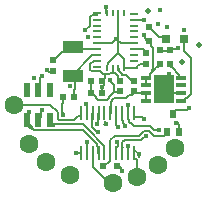
<source format=gtl>
G04*
G04 #@! TF.GenerationSoftware,Altium Limited,Altium Designer,20.0.13 (296)*
G04*
G04 Layer_Physical_Order=1*
G04 Layer_Color=255*
%FSLAX25Y25*%
%MOIN*%
G70*
G01*
G75*
%ADD15C,0.00600*%
%ADD16R,0.02165X0.02165*%
%ADD17R,0.00984X0.04724*%
%ADD18R,0.02362X0.02441*%
%ADD19R,0.03347X0.01378*%
%ADD20R,0.06693X0.09646*%
%ADD21R,0.02441X0.02362*%
%ADD22R,0.03150X0.03150*%
%ADD23R,0.02165X0.02165*%
%ADD24R,0.02657X0.00984*%
%ADD25R,0.00984X0.02264*%
%ADD26R,0.07087X0.03937*%
%ADD27R,0.02362X0.04724*%
%ADD28R,0.01890X0.02539*%
%ADD45C,0.00800*%
%ADD46C,0.01949*%
%ADD47C,0.01772*%
%ADD48C,0.06299*%
D15*
X26989Y17706D02*
X27695Y17000D01*
X28000D01*
X19844Y20895D02*
X21101Y22152D01*
X15613Y20895D02*
X19844D01*
X14500Y21351D02*
Y23500D01*
X12000Y26000D02*
X14500Y23500D01*
X26903Y17706D02*
X26989D01*
X25857Y18752D02*
X26903Y17706D01*
X25857Y18752D02*
Y20232D01*
X25985Y20359D02*
Y23099D01*
X25857Y20232D02*
X25985Y20359D01*
X14852Y21000D02*
X15508D01*
X15613Y20895D01*
X1455Y26000D02*
X12000D01*
X14500Y21351D02*
X14852Y21000D01*
X22142Y22344D02*
Y23193D01*
X21950Y22152D02*
X22142Y22344D01*
X21101Y22152D02*
X21950D01*
X25985Y23099D02*
X26079Y23193D01*
X30467Y1033D02*
X33000D01*
X26079Y5421D02*
X30467Y1033D01*
X26079Y5421D02*
Y9807D01*
D16*
X29700Y5500D02*
D03*
X34300D02*
D03*
X39800Y34000D02*
D03*
X35200D02*
D03*
Y30500D02*
D03*
X39800D02*
D03*
D17*
X39858Y23193D02*
D03*
Y9807D02*
D03*
X37890Y23193D02*
D03*
Y9807D02*
D03*
X35921Y23193D02*
D03*
Y9807D02*
D03*
X33953Y23193D02*
D03*
Y9807D02*
D03*
X31984Y23193D02*
D03*
Y9807D02*
D03*
X30016Y23193D02*
D03*
Y9807D02*
D03*
X28047Y23193D02*
D03*
Y9807D02*
D03*
X26079Y23193D02*
D03*
Y9807D02*
D03*
X24110Y23193D02*
D03*
Y9807D02*
D03*
X22142Y23193D02*
D03*
Y9807D02*
D03*
D18*
X16189Y28500D02*
D03*
X19811D02*
D03*
X25689Y34000D02*
D03*
X29311D02*
D03*
X25689Y30000D02*
D03*
X29311D02*
D03*
D19*
X44000Y35059D02*
D03*
Y32500D02*
D03*
Y29941D02*
D03*
Y27382D02*
D03*
X55417D02*
D03*
Y29941D02*
D03*
Y32500D02*
D03*
Y35059D02*
D03*
D20*
X49709Y31220D02*
D03*
D21*
X44000Y39689D02*
D03*
Y43311D02*
D03*
X13000Y37189D02*
D03*
Y40811D02*
D03*
D22*
X56453Y48000D02*
D03*
X50547D02*
D03*
D23*
X45000Y51800D02*
D03*
Y47200D02*
D03*
X52000Y39700D02*
D03*
Y44300D02*
D03*
X48500D02*
D03*
Y39700D02*
D03*
D24*
X27539Y38642D02*
D03*
X39843Y38394D02*
D03*
Y40610D02*
D03*
Y42579D02*
D03*
Y44547D02*
D03*
Y46516D02*
D03*
Y48484D02*
D03*
Y50453D02*
D03*
Y52421D02*
D03*
Y54390D02*
D03*
Y56410D02*
D03*
X27539Y56606D02*
D03*
Y54390D02*
D03*
Y52421D02*
D03*
Y50453D02*
D03*
Y48484D02*
D03*
Y46516D02*
D03*
Y44547D02*
D03*
Y42579D02*
D03*
Y40610D02*
D03*
D25*
X30736Y38394D02*
D03*
X32705D02*
D03*
X34673D02*
D03*
X36642D02*
D03*
Y56606D02*
D03*
X34673D02*
D03*
X32705D02*
D03*
X30736D02*
D03*
D26*
X19500Y45421D02*
D03*
Y35579D02*
D03*
D27*
X4260Y30921D02*
D03*
X8000D02*
D03*
X11740D02*
D03*
Y21079D02*
D03*
X8000D02*
D03*
X4260D02*
D03*
D28*
X51032Y17039D02*
D03*
X54969D02*
D03*
X53000Y22961D02*
D03*
D45*
X29311Y31864D02*
X29337Y31890D01*
X29311Y30000D02*
Y31864D01*
X24093Y13593D02*
X24175Y13511D01*
X24110Y9807D02*
X24175Y9872D01*
Y13511D01*
X27571Y12154D02*
Y12782D01*
X29924Y9899D02*
Y12409D01*
X24123Y18123D02*
X24210D01*
X24137Y16216D02*
X27571Y12782D01*
X24210Y18123D02*
X29924Y12409D01*
X24049Y16216D02*
X24137D01*
X27643Y19492D02*
Y19755D01*
X22766Y17500D02*
X24049Y16216D01*
X22746Y19500D02*
X24123Y18123D01*
X6621Y17500D02*
X22766D01*
X13000Y19500D02*
X22746D01*
X16166Y22867D02*
X16352Y22681D01*
X33564Y15731D02*
X41564D01*
X31984Y14151D02*
X33564Y15731D01*
X36778Y14331D02*
X42144D01*
X35941Y13494D02*
X36778Y14331D01*
X35941Y12774D02*
Y13494D01*
X34055Y13555D02*
X34498D01*
X37873Y12445D02*
X37882Y12437D01*
X31984Y9807D02*
Y14151D01*
X36145Y19855D02*
X37000Y19000D01*
X30171Y36262D02*
X31643D01*
X29830D02*
X30171D01*
X32017Y33837D02*
Y34376D01*
X30132Y35195D02*
X30171Y35234D01*
X30132Y34860D02*
Y35195D01*
X29311Y34039D02*
X30132Y34860D01*
X31643Y36262D02*
X31876Y36495D01*
X30171Y35234D02*
Y36262D01*
X30171Y36262D01*
X32017Y33837D02*
X33117Y32737D01*
X29311Y34000D02*
Y34039D01*
X31876Y36495D02*
X32705D01*
X33505D01*
X34517Y35483D01*
Y34683D02*
X35200Y34000D01*
X34517Y34683D02*
Y35483D01*
X35915Y36083D02*
X36697D01*
X35735Y36262D02*
X35915Y36083D01*
X35735Y36262D02*
X35735D01*
X34765Y37232D02*
X35735Y36262D01*
X34673Y38394D02*
X34765Y38302D01*
Y37232D02*
Y38302D01*
X38817Y34183D02*
X39117D01*
X37042Y35958D02*
X38817Y34183D01*
X36822Y35958D02*
X37042D01*
X36697Y36083D02*
X36822Y35958D01*
X39117Y34183D02*
X39800Y33500D01*
X28701Y37150D02*
X29436Y36415D01*
X29677D01*
X29830Y36262D01*
X32705Y36495D02*
Y38394D01*
X30000Y32500D02*
Y33311D01*
X53686Y20314D02*
X54000Y20000D01*
X53686Y20314D02*
X54008D01*
X54862Y19460D01*
X36000Y4000D02*
Y4263D01*
X35411Y4852D02*
X36000Y4263D01*
X35411Y4852D02*
Y5031D01*
X34500Y5500D02*
X34942D01*
X35411Y5031D01*
X43814Y15314D02*
X44000Y15500D01*
X43127Y15314D02*
X43814D01*
X42144Y14331D02*
X43127Y15314D01*
X43219Y17386D02*
X44781D01*
X41564Y15731D02*
X43219Y17386D01*
X46436Y15731D02*
X49832D01*
X51346Y17244D02*
Y17569D01*
X49832Y15731D02*
X51346Y17244D01*
X39998Y18786D02*
X45361D01*
X39281Y19502D02*
X39998Y18786D01*
X44781Y17386D02*
X46436Y15731D01*
X46647Y17500D02*
X48037D01*
X45361Y18786D02*
X46647Y17500D01*
X11500Y37000D02*
X13000D01*
X11000Y37500D02*
X11500Y37000D01*
X13000D02*
Y37189D01*
X35921Y21060D02*
Y23193D01*
Y21060D02*
X36145Y20836D01*
X37890Y23193D02*
X37982Y23101D01*
X38366Y20416D02*
X39280Y19502D01*
X37982Y21231D02*
Y23101D01*
X36145Y19855D02*
Y20836D01*
X37882Y9815D02*
X37890Y9807D01*
X37882Y9815D02*
Y12437D01*
X39280Y19502D02*
X39281D01*
X37982Y21231D02*
X38366Y20846D01*
X39950Y11000D02*
X41500Y9450D01*
X39858Y7937D02*
Y9807D01*
Y7937D02*
X39950Y7845D01*
X40640D01*
X41000Y7485D01*
X41500Y8737D02*
Y9450D01*
X30000Y5500D02*
X31892Y7392D01*
Y9715D02*
X31984Y9807D01*
X31892Y7392D02*
Y9715D01*
X45767Y37043D02*
Y37640D01*
X46220Y38094D01*
X45121Y36397D02*
X45767Y37043D01*
X37209Y28417D02*
X38164Y29373D01*
X33417Y28417D02*
X37209D01*
X38164Y29373D02*
X39173D01*
X37982Y23285D02*
Y25723D01*
X37890Y23193D02*
X37982Y23285D01*
X42449Y21892D02*
X43075Y21266D01*
X40056Y21892D02*
X42449D01*
X39950Y21787D02*
X40056Y21892D01*
X41000Y2000D02*
Y7485D01*
X8781Y21860D02*
Y23596D01*
X9136Y23951D01*
Y24214D01*
X35940Y11930D02*
Y12774D01*
X34500Y18500D02*
Y18763D01*
X33953Y19310D02*
X34500Y18763D01*
Y18489D02*
Y18500D01*
X48037Y17500D02*
X48154Y17616D01*
X48233D01*
X38366Y20416D02*
Y20846D01*
X39858Y21879D02*
X39950Y21787D01*
X39858Y21879D02*
Y23193D01*
X5000Y19117D02*
Y23500D01*
Y18723D02*
Y19117D01*
X5714Y18009D02*
X6112D01*
X6621Y17500D01*
X5000Y18723D02*
X5714Y18009D01*
X5819Y18302D02*
X6112Y18009D01*
X32892Y27785D02*
Y27892D01*
X31492Y28472D02*
X31956Y28936D01*
X31492Y28365D02*
Y28472D01*
X32892Y27892D02*
X33417Y28417D01*
X32076Y26970D02*
X32892Y27785D01*
X32076Y23285D02*
Y26970D01*
X30727Y27600D02*
X31492Y28365D01*
X31956Y28936D02*
Y28971D01*
X27895Y27600D02*
X30727D01*
X39173Y29373D02*
X39800Y30000D01*
X12521Y19386D02*
X13000D01*
X11740Y20167D02*
Y21079D01*
Y20167D02*
X12521Y19386D01*
X5819Y18302D02*
Y18648D01*
X55694Y48759D02*
X56453Y48000D01*
X33117Y30267D02*
Y32737D01*
Y30267D02*
X33185Y30200D01*
X48000Y43800D02*
X51500D01*
X52000D02*
X52650Y44450D01*
X53782D01*
X54304Y44972D01*
X54567D01*
X31956Y28971D02*
X33185Y30200D01*
X27130Y28365D02*
Y28711D01*
Y28365D02*
X27895Y27600D01*
X25689Y29961D02*
X26470Y29179D01*
X26661D01*
X27130Y28711D01*
X25689Y29961D02*
Y30000D01*
Y34000D01*
X33185Y30200D02*
X35200D01*
X29311Y34000D02*
X30000Y33311D01*
X54862Y17990D02*
X55283Y17569D01*
X54862Y17990D02*
Y19460D01*
X53860Y24360D02*
X57610D01*
X58250Y25000D01*
X53315Y23491D02*
Y23815D01*
X53860Y24360D01*
X25796Y40134D02*
X26226D01*
X26703Y40610D01*
X25211Y37735D02*
Y39548D01*
X26703Y40610D02*
X27539D01*
X25796Y37150D02*
X28701D01*
X25211Y37735D02*
X25796Y37150D01*
X25211Y39548D02*
X25796Y40134D01*
X19811Y28500D02*
Y30883D01*
X19279Y35779D02*
X20271Y34786D01*
X19811Y30883D02*
X20271Y31343D01*
Y34786D01*
X16166Y22867D02*
Y23469D01*
X16000Y23636D02*
X16166Y23469D01*
X16000Y23636D02*
Y26500D01*
X16048Y28359D02*
X16189Y28500D01*
X16048Y26548D02*
Y28359D01*
X16000Y26500D02*
X16048Y26548D01*
X39858Y10908D02*
X39950Y11000D01*
X46220Y38094D02*
Y44906D01*
X45000Y47200D02*
X45595Y46605D01*
Y45532D02*
Y46605D01*
Y45532D02*
X46220Y44906D01*
X48000Y39700D02*
X48500Y39200D01*
X45000Y51800D02*
X48241Y48559D01*
X49988D01*
X50547Y48000D01*
X43500Y48200D02*
X44010Y47690D01*
X43314Y49268D02*
X43500Y49083D01*
Y48200D02*
Y49083D01*
X47500Y38700D02*
X48000D01*
X51675Y35675D02*
Y36290D01*
X51500Y35500D02*
X51675Y35675D01*
X49709Y31220D02*
Y33709D01*
X43314Y49268D02*
X43363D01*
X34673Y47327D02*
Y56606D01*
X8386Y31307D02*
Y34886D01*
X8000Y30921D02*
X8386Y31307D01*
Y34886D02*
X9082Y35582D01*
X8000Y21079D02*
X8781Y21860D01*
X35940Y11930D02*
X36057Y11813D01*
X35921Y9807D02*
Y11677D01*
X36057Y11813D01*
X34498Y12652D02*
Y13555D01*
X20488Y9786D02*
X20508Y9807D01*
X22142D01*
X57159Y28252D02*
X57505D01*
X56691Y27783D02*
X57159Y28252D01*
X56691Y27671D02*
Y27783D01*
X55417Y27382D02*
X56402D01*
X58961Y29708D02*
Y41590D01*
X56453Y44099D02*
X58961Y41590D01*
X57505Y28252D02*
X58961Y29708D01*
X56453Y44099D02*
Y48000D01*
X56402Y27382D02*
X56691Y27671D01*
X39843Y44547D02*
X42724D01*
X43961Y43311D01*
X44000D01*
X39843Y54390D02*
X43226D01*
X30238Y19769D02*
Y20762D01*
X27643Y19755D02*
X27955Y20067D01*
Y23101D01*
X30014Y19546D02*
X30238Y19769D01*
X27955Y23101D02*
X28047Y23193D01*
X25796Y55882D02*
X27539D01*
Y56606D01*
X25211Y55296D02*
X25796Y55882D01*
X25211Y53483D02*
Y55296D01*
X23558Y50785D02*
X25211Y52437D01*
Y53483D02*
X25289Y53405D01*
X25211Y53328D02*
X25289Y53405D01*
X25211Y52437D02*
Y53328D01*
X30644Y56698D02*
X30736Y56606D01*
X30644Y56698D02*
Y58562D01*
X30539Y58667D02*
X30644Y58562D01*
X33953Y9807D02*
Y11677D01*
X34429Y12154D01*
Y12584D01*
X34498Y12652D01*
X33953Y19310D02*
Y23193D01*
X27955Y9899D02*
X28047Y9807D01*
X27571Y12154D02*
X27955Y11769D01*
X29924Y9899D02*
X30016Y9807D01*
X27955Y9899D02*
Y11769D01*
X34000Y48000D02*
X34500Y48500D01*
X36642Y38394D02*
X39843D01*
X43892Y39581D02*
X44000Y39689D01*
X42048Y39581D02*
X43892D01*
X41585Y39118D02*
X42048Y39581D01*
X41240Y39118D02*
X41585D01*
X40771Y38649D02*
X41240Y39118D01*
X40771Y38486D02*
Y38649D01*
X40679Y38394D02*
X40771Y38486D01*
X39843Y38394D02*
X40679D01*
X36642D02*
Y41432D01*
X34673Y43400D02*
X36642Y41432D01*
X34673Y47327D02*
X35484Y46516D01*
X34673Y43400D02*
Y47327D01*
X31213Y39940D02*
X34673Y43400D01*
X31213Y39510D02*
Y39940D01*
X30736Y39033D02*
X31213Y39510D01*
X30736Y38394D02*
Y39033D01*
X35484Y46516D02*
X39843D01*
X32516D02*
X34000Y48000D01*
X27539Y46516D02*
X32516D01*
X31984Y23193D02*
X32076Y23285D01*
X40114Y29886D02*
X43949D01*
X42829Y27671D02*
X43000Y27500D01*
X44000D01*
Y27382D02*
Y29941D01*
X39800Y30200D02*
X40114Y29886D01*
X18626Y44547D02*
X27539D01*
X18066D02*
X18626D01*
X19500Y45421D01*
X17932Y43853D02*
X18626Y44547D01*
X16042Y43853D02*
X17932D01*
X13821Y41631D02*
X16042Y43853D01*
X13821Y41592D02*
Y41631D01*
X13039Y40811D02*
X13821Y41592D01*
X13000Y40811D02*
X13039D01*
X27461Y42500D02*
X27539Y42579D01*
X26000Y42500D02*
X27461D01*
X19279Y35779D02*
X26000Y42500D01*
X5350Y19117D02*
X5819Y18648D01*
X4260Y19898D02*
X5041Y19117D01*
X5350D01*
X4260Y19898D02*
Y21079D01*
X55289Y35059D02*
X55417D01*
X55000Y35348D02*
X55289Y35059D01*
X55000Y35348D02*
Y36000D01*
X51500Y39200D02*
X52183Y38517D01*
X52483D01*
X55000Y36000D01*
X47317Y38486D02*
Y38517D01*
X47500Y38700D01*
X45767Y37043D02*
X45803D01*
X44832Y35059D02*
X45121Y35348D01*
X46777Y38017D02*
X46849D01*
X45121Y35348D02*
Y36397D01*
X46849Y38017D02*
X47317Y38486D01*
X45803Y37043D02*
X46777Y38017D01*
X44000Y35059D02*
X44832D01*
X44000Y32500D02*
Y35059D01*
X50988Y29941D02*
X55417D01*
X49709Y31220D02*
X50988Y29941D01*
D46*
X61667Y46025D02*
D03*
X56010Y40368D02*
D03*
X44697Y57339D02*
D03*
D47*
X29337Y31890D02*
D03*
X34500Y18500D02*
D03*
X30500Y19500D02*
D03*
X24093Y13593D02*
D03*
X28000Y17000D02*
D03*
X27643Y19492D02*
D03*
X16352Y22681D02*
D03*
X34055Y13555D02*
D03*
X37873Y12445D02*
D03*
X24004Y26130D02*
D03*
X20488Y9786D02*
D03*
X37000Y19000D02*
D03*
D03*
X32017Y34376D02*
D03*
X54000Y20000D02*
D03*
X36000Y4000D02*
D03*
X44000Y15500D02*
D03*
X24500Y48500D02*
D03*
X11000Y37500D02*
D03*
X41500Y9450D02*
D03*
X37900Y26000D02*
D03*
X43075Y21266D02*
D03*
X9136Y24214D02*
D03*
X48233Y17616D02*
D03*
X13000Y19386D02*
D03*
X5000Y23500D02*
D03*
X56442Y51061D02*
D03*
X58250Y25000D02*
D03*
X18385Y32124D02*
D03*
X54567Y44972D02*
D03*
X51675Y36290D02*
D03*
X43314Y49268D02*
D03*
X6500Y35000D02*
D03*
X43139Y54275D02*
D03*
X9082Y35582D02*
D03*
X23558Y50785D02*
D03*
X30539Y58667D02*
D03*
X48000Y53000D02*
D03*
X51000Y52000D02*
D03*
X48464Y57639D02*
D03*
X34000Y48000D02*
D03*
D48*
X33000Y0D02*
D03*
X0Y26000D02*
D03*
X48000Y6000D02*
D03*
X18500Y2500D02*
D03*
X10500Y7000D02*
D03*
X53500Y11500D02*
D03*
X5000Y13000D02*
D03*
X41000Y2000D02*
D03*
M02*

</source>
